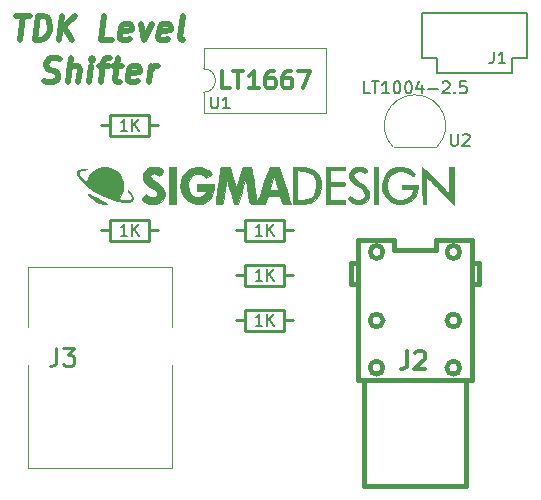
<source format=gbr>
G04 #@! TF.FileFunction,Legend,Top*
%FSLAX46Y46*%
G04 Gerber Fmt 4.6, Leading zero omitted, Abs format (unit mm)*
G04 Created by KiCad (PCBNEW 4.0.6) date 05/26/17 09:36:11*
%MOMM*%
%LPD*%
G01*
G04 APERTURE LIST*
%ADD10C,0.100000*%
%ADD11C,0.152400*%
%ADD12C,0.300000*%
%ADD13C,0.508000*%
%ADD14C,0.381000*%
%ADD15C,0.150000*%
%ADD16C,0.120000*%
%ADD17C,0.010000*%
%ADD18C,0.254000*%
%ADD19C,0.304800*%
G04 APERTURE END LIST*
D10*
D11*
X168873714Y-102694619D02*
X168389905Y-102694619D01*
X168389905Y-101678619D01*
X169067238Y-101678619D02*
X169647809Y-101678619D01*
X169357524Y-102694619D02*
X169357524Y-101678619D01*
X170518666Y-102694619D02*
X169938095Y-102694619D01*
X170228381Y-102694619D02*
X170228381Y-101678619D01*
X170131619Y-101823762D01*
X170034857Y-101920524D01*
X169938095Y-101968905D01*
X171147619Y-101678619D02*
X171244380Y-101678619D01*
X171341142Y-101727000D01*
X171389523Y-101775381D01*
X171437904Y-101872143D01*
X171486285Y-102065667D01*
X171486285Y-102307571D01*
X171437904Y-102501095D01*
X171389523Y-102597857D01*
X171341142Y-102646238D01*
X171244380Y-102694619D01*
X171147619Y-102694619D01*
X171050857Y-102646238D01*
X171002476Y-102597857D01*
X170954095Y-102501095D01*
X170905714Y-102307571D01*
X170905714Y-102065667D01*
X170954095Y-101872143D01*
X171002476Y-101775381D01*
X171050857Y-101727000D01*
X171147619Y-101678619D01*
X172115238Y-101678619D02*
X172211999Y-101678619D01*
X172308761Y-101727000D01*
X172357142Y-101775381D01*
X172405523Y-101872143D01*
X172453904Y-102065667D01*
X172453904Y-102307571D01*
X172405523Y-102501095D01*
X172357142Y-102597857D01*
X172308761Y-102646238D01*
X172211999Y-102694619D01*
X172115238Y-102694619D01*
X172018476Y-102646238D01*
X171970095Y-102597857D01*
X171921714Y-102501095D01*
X171873333Y-102307571D01*
X171873333Y-102065667D01*
X171921714Y-101872143D01*
X171970095Y-101775381D01*
X172018476Y-101727000D01*
X172115238Y-101678619D01*
X173324761Y-102017286D02*
X173324761Y-102694619D01*
X173082857Y-101630238D02*
X172840952Y-102355952D01*
X173469904Y-102355952D01*
X173856952Y-102307571D02*
X174631047Y-102307571D01*
X175066476Y-101775381D02*
X175114857Y-101727000D01*
X175211619Y-101678619D01*
X175453523Y-101678619D01*
X175550285Y-101727000D01*
X175598666Y-101775381D01*
X175647047Y-101872143D01*
X175647047Y-101968905D01*
X175598666Y-102114048D01*
X175018095Y-102694619D01*
X175647047Y-102694619D01*
X176082476Y-102597857D02*
X176130857Y-102646238D01*
X176082476Y-102694619D01*
X176034095Y-102646238D01*
X176082476Y-102597857D01*
X176082476Y-102694619D01*
X177050095Y-101678619D02*
X176566286Y-101678619D01*
X176517905Y-102162429D01*
X176566286Y-102114048D01*
X176663048Y-102065667D01*
X176904952Y-102065667D01*
X177001714Y-102114048D01*
X177050095Y-102162429D01*
X177098476Y-102259190D01*
X177098476Y-102501095D01*
X177050095Y-102597857D01*
X177001714Y-102646238D01*
X176904952Y-102694619D01*
X176663048Y-102694619D01*
X176566286Y-102646238D01*
X176517905Y-102597857D01*
D12*
X157055716Y-102278571D02*
X156341430Y-102278571D01*
X156341430Y-100778571D01*
X157341430Y-100778571D02*
X158198573Y-100778571D01*
X157770002Y-102278571D02*
X157770002Y-100778571D01*
X159484287Y-102278571D02*
X158627144Y-102278571D01*
X159055716Y-102278571D02*
X159055716Y-100778571D01*
X158912859Y-100992857D01*
X158770001Y-101135714D01*
X158627144Y-101207143D01*
X160770001Y-100778571D02*
X160484287Y-100778571D01*
X160341430Y-100850000D01*
X160270001Y-100921429D01*
X160127144Y-101135714D01*
X160055715Y-101421429D01*
X160055715Y-101992857D01*
X160127144Y-102135714D01*
X160198572Y-102207143D01*
X160341430Y-102278571D01*
X160627144Y-102278571D01*
X160770001Y-102207143D01*
X160841430Y-102135714D01*
X160912858Y-101992857D01*
X160912858Y-101635714D01*
X160841430Y-101492857D01*
X160770001Y-101421429D01*
X160627144Y-101350000D01*
X160341430Y-101350000D01*
X160198572Y-101421429D01*
X160127144Y-101492857D01*
X160055715Y-101635714D01*
X162198572Y-100778571D02*
X161912858Y-100778571D01*
X161770001Y-100850000D01*
X161698572Y-100921429D01*
X161555715Y-101135714D01*
X161484286Y-101421429D01*
X161484286Y-101992857D01*
X161555715Y-102135714D01*
X161627143Y-102207143D01*
X161770001Y-102278571D01*
X162055715Y-102278571D01*
X162198572Y-102207143D01*
X162270001Y-102135714D01*
X162341429Y-101992857D01*
X162341429Y-101635714D01*
X162270001Y-101492857D01*
X162198572Y-101421429D01*
X162055715Y-101350000D01*
X161770001Y-101350000D01*
X161627143Y-101421429D01*
X161555715Y-101492857D01*
X161484286Y-101635714D01*
X162841429Y-100778571D02*
X163841429Y-100778571D01*
X163198572Y-102278571D01*
D13*
X138931954Y-96169238D02*
X140093097Y-96169238D01*
X139258525Y-98201238D02*
X139512525Y-96169238D01*
X140516430Y-98201238D02*
X140770430Y-96169238D01*
X141254239Y-96169238D01*
X141532430Y-96266000D01*
X141701764Y-96459524D01*
X141774334Y-96653048D01*
X141822715Y-97040095D01*
X141786429Y-97330381D01*
X141641286Y-97717429D01*
X141520335Y-97910952D01*
X141302621Y-98104476D01*
X141000239Y-98201238D01*
X140516430Y-98201238D01*
X142548430Y-98201238D02*
X142802430Y-96169238D01*
X143709572Y-98201238D02*
X142983858Y-97040095D01*
X143963572Y-96169238D02*
X142657287Y-97330381D01*
X147096239Y-98201238D02*
X146128620Y-98201238D01*
X146382620Y-96169238D01*
X148559763Y-98104476D02*
X148354143Y-98201238D01*
X147967095Y-98201238D01*
X147785668Y-98104476D01*
X147713096Y-97910952D01*
X147809858Y-97136857D01*
X147930810Y-96943333D01*
X148136429Y-96846571D01*
X148523477Y-96846571D01*
X148704905Y-96943333D01*
X148777477Y-97136857D01*
X148753286Y-97330381D01*
X147761477Y-97523905D01*
X149491096Y-96846571D02*
X149805571Y-98201238D01*
X150458715Y-96846571D01*
X151849667Y-98104476D02*
X151644047Y-98201238D01*
X151256999Y-98201238D01*
X151075572Y-98104476D01*
X151003000Y-97910952D01*
X151099762Y-97136857D01*
X151220714Y-96943333D01*
X151426333Y-96846571D01*
X151813381Y-96846571D01*
X151994809Y-96943333D01*
X152067381Y-97136857D01*
X152043190Y-97330381D01*
X151051381Y-97523905D01*
X153095475Y-98201238D02*
X152914047Y-98104476D01*
X152841476Y-97910952D01*
X153059190Y-96169238D01*
X141302620Y-101660476D02*
X141580809Y-101757238D01*
X142064619Y-101757238D01*
X142270239Y-101660476D01*
X142379096Y-101563714D01*
X142500047Y-101370190D01*
X142524238Y-101176667D01*
X142451667Y-100983143D01*
X142367000Y-100886381D01*
X142185572Y-100789619D01*
X141810619Y-100692857D01*
X141629190Y-100596095D01*
X141544524Y-100499333D01*
X141471953Y-100305810D01*
X141496143Y-100112286D01*
X141617096Y-99918762D01*
X141725952Y-99822000D01*
X141931571Y-99725238D01*
X142415381Y-99725238D01*
X142693571Y-99822000D01*
X143322524Y-101757238D02*
X143576524Y-99725238D01*
X144193381Y-101757238D02*
X144326429Y-100692857D01*
X144253857Y-100499333D01*
X144072429Y-100402571D01*
X143782143Y-100402571D01*
X143576523Y-100499333D01*
X143467667Y-100596095D01*
X145161000Y-101757238D02*
X145330334Y-100402571D01*
X145415000Y-99725238D02*
X145306143Y-99822000D01*
X145390810Y-99918762D01*
X145499666Y-99822000D01*
X145415000Y-99725238D01*
X145390810Y-99918762D01*
X146007667Y-100402571D02*
X146781762Y-100402571D01*
X146128619Y-101757238D02*
X146346334Y-100015524D01*
X146467285Y-99822000D01*
X146672904Y-99725238D01*
X146866428Y-99725238D01*
X147168810Y-100402571D02*
X147942905Y-100402571D01*
X147543762Y-99725238D02*
X147326048Y-101466952D01*
X147398619Y-101660476D01*
X147580047Y-101757238D01*
X147773571Y-101757238D01*
X149237096Y-101660476D02*
X149031476Y-101757238D01*
X148644428Y-101757238D01*
X148463001Y-101660476D01*
X148390429Y-101466952D01*
X148487191Y-100692857D01*
X148608143Y-100499333D01*
X148813762Y-100402571D01*
X149200810Y-100402571D01*
X149382238Y-100499333D01*
X149454810Y-100692857D01*
X149430619Y-100886381D01*
X148438810Y-101079905D01*
X150192619Y-101757238D02*
X150361953Y-100402571D01*
X150313572Y-100789619D02*
X150434523Y-100596095D01*
X150543380Y-100499333D01*
X150749000Y-100402571D01*
X150942524Y-100402571D01*
D14*
X170017440Y-116121180D02*
G75*
G03X170017440Y-116121180I-548640J0D01*
G01*
X176524716Y-116121180D02*
G75*
G03X176524716Y-116121180I-553516J0D01*
G01*
X176524489Y-125920500D02*
G75*
G03X176524489Y-125920500I-553289J0D01*
G01*
X170019787Y-125920500D02*
G75*
G03X170019787Y-125920500I-550987J0D01*
G01*
X170017440Y-121920000D02*
G75*
G03X170017440Y-121920000I-548640J0D01*
G01*
X176524716Y-121920000D02*
G75*
G03X176524716Y-121920000I-553516J0D01*
G01*
X168419780Y-126921260D02*
X168419780Y-135920480D01*
X168419780Y-135920480D02*
X177020220Y-135920480D01*
X177020220Y-135920480D02*
X177020220Y-126921260D01*
X177520600Y-117020340D02*
X178120040Y-117020340D01*
X178120040Y-117020340D02*
X178120040Y-118821200D01*
X178120040Y-118821200D02*
X177520600Y-118821200D01*
X167319960Y-117020340D02*
X167919400Y-117020340D01*
X167919400Y-118821200D02*
X167319960Y-118821200D01*
X167319960Y-118821200D02*
X167319960Y-117020340D01*
X167919400Y-115120420D02*
X170919140Y-115120420D01*
X170919140Y-115120420D02*
X170919140Y-115920520D01*
X170919140Y-115920520D02*
X174520860Y-115920520D01*
X174520860Y-115920520D02*
X174520860Y-115120420D01*
X174520860Y-115120420D02*
X177520600Y-115120420D01*
X177520600Y-126921260D02*
X167919400Y-126921260D01*
X167919400Y-126918720D02*
X167919400Y-115117880D01*
X177520600Y-115120420D02*
X177520600Y-126921260D01*
D15*
X182245000Y-99695000D02*
X182245000Y-95885000D01*
X182245000Y-95885000D02*
X173355000Y-95885000D01*
X173355000Y-95885000D02*
X173355000Y-99695000D01*
X173355000Y-99695000D02*
X174625000Y-99695000D01*
X174625000Y-99695000D02*
X174625000Y-100330000D01*
X174625000Y-100330000D02*
X174625000Y-100965000D01*
X174625000Y-100965000D02*
X180975000Y-100965000D01*
X180975000Y-100965000D02*
X180975000Y-99695000D01*
X180975000Y-99695000D02*
X182245000Y-99695000D01*
D16*
X139950000Y-125730000D02*
X139950000Y-134370000D01*
X139950000Y-117350000D02*
X139950000Y-122430000D01*
X152150000Y-125730000D02*
X152150000Y-134370000D01*
X152150000Y-117350000D02*
X152150000Y-122430000D01*
X152150000Y-134370000D02*
X139950000Y-134370000D01*
X139950000Y-117350000D02*
X152150000Y-117350000D01*
D17*
G36*
X145082119Y-111185629D02*
X145208425Y-111246139D01*
X145385839Y-111351651D01*
X145390402Y-111354565D01*
X145633263Y-111499395D01*
X145928748Y-111660805D01*
X146213296Y-111804088D01*
X146215902Y-111805326D01*
X146432062Y-111910777D01*
X146595578Y-111995871D01*
X146679415Y-112046346D01*
X146685000Y-112052800D01*
X146629492Y-112078784D01*
X146485726Y-112075318D01*
X146287831Y-112046853D01*
X146069939Y-111997839D01*
X145923000Y-111953415D01*
X145612971Y-111806453D01*
X145344298Y-111579958D01*
X145303875Y-111536594D01*
X145163266Y-111373575D01*
X145065644Y-111244454D01*
X145034000Y-111183145D01*
X145082119Y-111185629D01*
X145082119Y-111185629D01*
G37*
X145082119Y-111185629D02*
X145208425Y-111246139D01*
X145385839Y-111351651D01*
X145390402Y-111354565D01*
X145633263Y-111499395D01*
X145928748Y-111660805D01*
X146213296Y-111804088D01*
X146215902Y-111805326D01*
X146432062Y-111910777D01*
X146595578Y-111995871D01*
X146679415Y-112046346D01*
X146685000Y-112052800D01*
X146629492Y-112078784D01*
X146485726Y-112075318D01*
X146287831Y-112046853D01*
X146069939Y-111997839D01*
X145923000Y-111953415D01*
X145612971Y-111806453D01*
X145344298Y-111579958D01*
X145303875Y-111536594D01*
X145163266Y-111373575D01*
X145065644Y-111244454D01*
X145034000Y-111183145D01*
X145082119Y-111185629D01*
G36*
X150927814Y-108942844D02*
X151196408Y-109040335D01*
X151379019Y-109182172D01*
X151424917Y-109260678D01*
X151403756Y-109340070D01*
X151302386Y-109457612D01*
X151270420Y-109489886D01*
X151144246Y-109609870D01*
X151066010Y-109649020D01*
X150994920Y-109617361D01*
X150941206Y-109570794D01*
X150786109Y-109485839D01*
X150601607Y-109455888D01*
X150438825Y-109483412D01*
X150362049Y-109542791D01*
X150315687Y-109673686D01*
X150351546Y-109811910D01*
X150478160Y-109967686D01*
X150704060Y-110151237D01*
X151037778Y-110372785D01*
X151073089Y-110394750D01*
X151333091Y-110602910D01*
X151480769Y-110846485D01*
X151530369Y-111150405D01*
X151530365Y-111195062D01*
X151481404Y-111518529D01*
X151338034Y-111764653D01*
X151088851Y-111952208D01*
X151061986Y-111966276D01*
X150803838Y-112046639D01*
X150491732Y-112071873D01*
X150186736Y-112040678D01*
X150018750Y-111988440D01*
X149841658Y-111884366D01*
X149708534Y-111770057D01*
X149639167Y-111682328D01*
X149630491Y-111608885D01*
X149689076Y-111506150D01*
X149763261Y-111407056D01*
X149937705Y-111178349D01*
X150108702Y-111342174D01*
X150327012Y-111479231D01*
X150501649Y-111506000D01*
X150719459Y-111472350D01*
X150840007Y-111363967D01*
X150876000Y-111176700D01*
X150849426Y-111046671D01*
X150752026Y-110932184D01*
X150606125Y-110829376D01*
X150308655Y-110639288D01*
X150099597Y-110498458D01*
X149958462Y-110390795D01*
X149864763Y-110300210D01*
X149798015Y-110210614D01*
X149779293Y-110180019D01*
X149678945Y-109894508D01*
X149686517Y-109593289D01*
X149793308Y-109310938D01*
X149990615Y-109082033D01*
X150069457Y-109026929D01*
X150322937Y-108931233D01*
X150622856Y-108904841D01*
X150927814Y-108942844D01*
X150927814Y-108942844D01*
G37*
X150927814Y-108942844D02*
X151196408Y-109040335D01*
X151379019Y-109182172D01*
X151424917Y-109260678D01*
X151403756Y-109340070D01*
X151302386Y-109457612D01*
X151270420Y-109489886D01*
X151144246Y-109609870D01*
X151066010Y-109649020D01*
X150994920Y-109617361D01*
X150941206Y-109570794D01*
X150786109Y-109485839D01*
X150601607Y-109455888D01*
X150438825Y-109483412D01*
X150362049Y-109542791D01*
X150315687Y-109673686D01*
X150351546Y-109811910D01*
X150478160Y-109967686D01*
X150704060Y-110151237D01*
X151037778Y-110372785D01*
X151073089Y-110394750D01*
X151333091Y-110602910D01*
X151480769Y-110846485D01*
X151530369Y-111150405D01*
X151530365Y-111195062D01*
X151481404Y-111518529D01*
X151338034Y-111764653D01*
X151088851Y-111952208D01*
X151061986Y-111966276D01*
X150803838Y-112046639D01*
X150491732Y-112071873D01*
X150186736Y-112040678D01*
X150018750Y-111988440D01*
X149841658Y-111884366D01*
X149708534Y-111770057D01*
X149639167Y-111682328D01*
X149630491Y-111608885D01*
X149689076Y-111506150D01*
X149763261Y-111407056D01*
X149937705Y-111178349D01*
X150108702Y-111342174D01*
X150327012Y-111479231D01*
X150501649Y-111506000D01*
X150719459Y-111472350D01*
X150840007Y-111363967D01*
X150876000Y-111176700D01*
X150849426Y-111046671D01*
X150752026Y-110932184D01*
X150606125Y-110829376D01*
X150308655Y-110639288D01*
X150099597Y-110498458D01*
X149958462Y-110390795D01*
X149864763Y-110300210D01*
X149798015Y-110210614D01*
X149779293Y-110180019D01*
X149678945Y-109894508D01*
X149686517Y-109593289D01*
X149793308Y-109310938D01*
X149990615Y-109082033D01*
X150069457Y-109026929D01*
X150322937Y-108931233D01*
X150622856Y-108904841D01*
X150927814Y-108942844D01*
G36*
X152527000Y-112077500D02*
X151892000Y-112077500D01*
X151892000Y-108902500D01*
X152527000Y-108902500D01*
X152527000Y-112077500D01*
X152527000Y-112077500D01*
G37*
X152527000Y-112077500D02*
X151892000Y-112077500D01*
X151892000Y-108902500D01*
X152527000Y-108902500D01*
X152527000Y-112077500D01*
G36*
X154654075Y-108943632D02*
X154982774Y-109056701D01*
X155160782Y-109159050D01*
X155325538Y-109285739D01*
X155451750Y-109412358D01*
X155514132Y-109514497D01*
X155504226Y-109560045D01*
X155441057Y-109604738D01*
X155314223Y-109692911D01*
X155272524Y-109721743D01*
X155065299Y-109864858D01*
X154873780Y-109703706D01*
X154599578Y-109540515D01*
X154321524Y-109491584D01*
X154058158Y-109546163D01*
X153828021Y-109693502D01*
X153649653Y-109922851D01*
X153541596Y-110223460D01*
X153517858Y-110489877D01*
X153564825Y-110871947D01*
X153692925Y-111157507D01*
X153901225Y-111345456D01*
X154188794Y-111434691D01*
X154324013Y-111442500D01*
X154538710Y-111427272D01*
X154689655Y-111366257D01*
X154817884Y-111256884D01*
X154956317Y-111101017D01*
X154989167Y-111003566D01*
X154910225Y-110952295D01*
X154713280Y-110934971D01*
X154654250Y-110934500D01*
X154305000Y-110934500D01*
X154305000Y-110358840D01*
X155733750Y-110394750D01*
X155712217Y-110680500D01*
X155651408Y-110999956D01*
X155529056Y-111327646D01*
X155368268Y-111606801D01*
X155302023Y-111688210D01*
X155015526Y-111910547D01*
X154667547Y-112038728D01*
X154285599Y-112069201D01*
X153897197Y-111998410D01*
X153661376Y-111900116D01*
X153329548Y-111660692D01*
X153083391Y-111345442D01*
X152926468Y-110975430D01*
X152862344Y-110571720D01*
X152894585Y-110155376D01*
X153026754Y-109747463D01*
X153238209Y-109399622D01*
X153517803Y-109136997D01*
X153862365Y-108970432D01*
X154248815Y-108904465D01*
X154654075Y-108943632D01*
X154654075Y-108943632D01*
G37*
X154654075Y-108943632D02*
X154982774Y-109056701D01*
X155160782Y-109159050D01*
X155325538Y-109285739D01*
X155451750Y-109412358D01*
X155514132Y-109514497D01*
X155504226Y-109560045D01*
X155441057Y-109604738D01*
X155314223Y-109692911D01*
X155272524Y-109721743D01*
X155065299Y-109864858D01*
X154873780Y-109703706D01*
X154599578Y-109540515D01*
X154321524Y-109491584D01*
X154058158Y-109546163D01*
X153828021Y-109693502D01*
X153649653Y-109922851D01*
X153541596Y-110223460D01*
X153517858Y-110489877D01*
X153564825Y-110871947D01*
X153692925Y-111157507D01*
X153901225Y-111345456D01*
X154188794Y-111434691D01*
X154324013Y-111442500D01*
X154538710Y-111427272D01*
X154689655Y-111366257D01*
X154817884Y-111256884D01*
X154956317Y-111101017D01*
X154989167Y-111003566D01*
X154910225Y-110952295D01*
X154713280Y-110934971D01*
X154654250Y-110934500D01*
X154305000Y-110934500D01*
X154305000Y-110358840D01*
X155733750Y-110394750D01*
X155712217Y-110680500D01*
X155651408Y-110999956D01*
X155529056Y-111327646D01*
X155368268Y-111606801D01*
X155302023Y-111688210D01*
X155015526Y-111910547D01*
X154667547Y-112038728D01*
X154285599Y-112069201D01*
X153897197Y-111998410D01*
X153661376Y-111900116D01*
X153329548Y-111660692D01*
X153083391Y-111345442D01*
X152926468Y-110975430D01*
X152862344Y-110571720D01*
X152894585Y-110155376D01*
X153026754Y-109747463D01*
X153238209Y-109399622D01*
X153517803Y-109136997D01*
X153862365Y-108970432D01*
X154248815Y-108904465D01*
X154654075Y-108943632D01*
G36*
X158781482Y-108909380D02*
X158834985Y-108952476D01*
X158877928Y-109039563D01*
X158915632Y-109184796D01*
X158953423Y-109402329D01*
X158996621Y-109706316D01*
X159050551Y-110110910D01*
X159101393Y-110490000D01*
X159169360Y-110997089D01*
X159222646Y-111383079D01*
X159267058Y-111652205D01*
X159308404Y-111808705D01*
X159352493Y-111856815D01*
X159405133Y-111800771D01*
X159472132Y-111644809D01*
X159559299Y-111393167D01*
X159672441Y-111050081D01*
X159710803Y-110934500D01*
X159758896Y-110791038D01*
X160418096Y-110791038D01*
X160436649Y-110837410D01*
X160547806Y-110862855D01*
X160767998Y-110870983D01*
X160782000Y-110871000D01*
X161009546Y-110863329D01*
X161126502Y-110838061D01*
X161148483Y-110791815D01*
X161148416Y-110791625D01*
X161118919Y-110696996D01*
X161064870Y-110514021D01*
X160996227Y-110276572D01*
X160971029Y-110188375D01*
X160899802Y-109952165D01*
X160837748Y-109771291D01*
X160794823Y-109673835D01*
X160785305Y-109664500D01*
X160752612Y-109721106D01*
X160696690Y-109872207D01*
X160627549Y-110089720D01*
X160598789Y-110187788D01*
X160526745Y-110436085D01*
X160465507Y-110641669D01*
X160425238Y-110770604D01*
X160418096Y-110791038D01*
X159758896Y-110791038D01*
X159842779Y-110540818D01*
X159974395Y-110152094D01*
X160095121Y-109799148D01*
X160194430Y-109512802D01*
X160248614Y-109360039D01*
X160415953Y-108896828D01*
X161177477Y-108934250D01*
X161709740Y-110490000D01*
X161852986Y-110909374D01*
X161981664Y-111287395D01*
X162090342Y-111608003D01*
X162173589Y-111855139D01*
X162225976Y-112012743D01*
X162242251Y-112064793D01*
X162184914Y-112072021D01*
X162036159Y-112071166D01*
X161877596Y-112064793D01*
X161512693Y-112045750D01*
X161417405Y-111710131D01*
X161322118Y-111374513D01*
X160782507Y-111392631D01*
X160242895Y-111410750D01*
X160148145Y-111744125D01*
X160053395Y-112077499D01*
X159376831Y-112077500D01*
X159135306Y-112080947D01*
X158954984Y-112080708D01*
X158825069Y-112060914D01*
X158734760Y-112005696D01*
X158673257Y-111899183D01*
X158629763Y-111725507D01*
X158593477Y-111468797D01*
X158553601Y-111113184D01*
X158520336Y-110818869D01*
X158478016Y-110485218D01*
X158437554Y-110219729D01*
X158401953Y-110038756D01*
X158374220Y-109958657D01*
X158363256Y-109963931D01*
X158332339Y-110063392D01*
X158275166Y-110261821D01*
X158198407Y-110535530D01*
X158108731Y-110860828D01*
X158049123Y-111079687D01*
X157778619Y-112077500D01*
X157383772Y-112077500D01*
X157104287Y-111045625D01*
X157009320Y-110700839D01*
X156923238Y-110399185D01*
X156852361Y-110161961D01*
X156803004Y-110010465D01*
X156784060Y-109966083D01*
X156762864Y-110008326D01*
X156731493Y-110156351D01*
X156693458Y-110389682D01*
X156652272Y-110687841D01*
X156631565Y-110855083D01*
X156581639Y-111276260D01*
X156542281Y-111587995D01*
X156506831Y-111806670D01*
X156468626Y-111948670D01*
X156421007Y-112030377D01*
X156357313Y-112068175D01*
X156270882Y-112078448D01*
X156155053Y-112077578D01*
X156134570Y-112077500D01*
X155948197Y-112073901D01*
X155859729Y-112051016D01*
X155840074Y-111990709D01*
X155854441Y-111902875D01*
X155873939Y-111786203D01*
X155906788Y-111566776D01*
X155949670Y-111267737D01*
X155999265Y-110912232D01*
X156052256Y-110523406D01*
X156052479Y-110521750D01*
X156105673Y-110130075D01*
X156155527Y-109768988D01*
X156198681Y-109462377D01*
X156231772Y-109234133D01*
X156251309Y-109108874D01*
X156287633Y-108902499D01*
X156679971Y-108902499D01*
X157072309Y-108902500D01*
X157317988Y-109823250D01*
X157404288Y-110143720D01*
X157479031Y-110415675D01*
X157536261Y-110617887D01*
X157570025Y-110729127D01*
X157576244Y-110744000D01*
X157597711Y-110686588D01*
X157648569Y-110528337D01*
X157722281Y-110290217D01*
X157812314Y-109993200D01*
X157863168Y-109823250D01*
X158137517Y-108902500D01*
X158504381Y-108902500D01*
X158621503Y-108898546D01*
X158712096Y-108896121D01*
X158781482Y-108909380D01*
X158781482Y-108909380D01*
G37*
X158781482Y-108909380D02*
X158834985Y-108952476D01*
X158877928Y-109039563D01*
X158915632Y-109184796D01*
X158953423Y-109402329D01*
X158996621Y-109706316D01*
X159050551Y-110110910D01*
X159101393Y-110490000D01*
X159169360Y-110997089D01*
X159222646Y-111383079D01*
X159267058Y-111652205D01*
X159308404Y-111808705D01*
X159352493Y-111856815D01*
X159405133Y-111800771D01*
X159472132Y-111644809D01*
X159559299Y-111393167D01*
X159672441Y-111050081D01*
X159710803Y-110934500D01*
X159758896Y-110791038D01*
X160418096Y-110791038D01*
X160436649Y-110837410D01*
X160547806Y-110862855D01*
X160767998Y-110870983D01*
X160782000Y-110871000D01*
X161009546Y-110863329D01*
X161126502Y-110838061D01*
X161148483Y-110791815D01*
X161148416Y-110791625D01*
X161118919Y-110696996D01*
X161064870Y-110514021D01*
X160996227Y-110276572D01*
X160971029Y-110188375D01*
X160899802Y-109952165D01*
X160837748Y-109771291D01*
X160794823Y-109673835D01*
X160785305Y-109664500D01*
X160752612Y-109721106D01*
X160696690Y-109872207D01*
X160627549Y-110089720D01*
X160598789Y-110187788D01*
X160526745Y-110436085D01*
X160465507Y-110641669D01*
X160425238Y-110770604D01*
X160418096Y-110791038D01*
X159758896Y-110791038D01*
X159842779Y-110540818D01*
X159974395Y-110152094D01*
X160095121Y-109799148D01*
X160194430Y-109512802D01*
X160248614Y-109360039D01*
X160415953Y-108896828D01*
X161177477Y-108934250D01*
X161709740Y-110490000D01*
X161852986Y-110909374D01*
X161981664Y-111287395D01*
X162090342Y-111608003D01*
X162173589Y-111855139D01*
X162225976Y-112012743D01*
X162242251Y-112064793D01*
X162184914Y-112072021D01*
X162036159Y-112071166D01*
X161877596Y-112064793D01*
X161512693Y-112045750D01*
X161417405Y-111710131D01*
X161322118Y-111374513D01*
X160782507Y-111392631D01*
X160242895Y-111410750D01*
X160148145Y-111744125D01*
X160053395Y-112077499D01*
X159376831Y-112077500D01*
X159135306Y-112080947D01*
X158954984Y-112080708D01*
X158825069Y-112060914D01*
X158734760Y-112005696D01*
X158673257Y-111899183D01*
X158629763Y-111725507D01*
X158593477Y-111468797D01*
X158553601Y-111113184D01*
X158520336Y-110818869D01*
X158478016Y-110485218D01*
X158437554Y-110219729D01*
X158401953Y-110038756D01*
X158374220Y-109958657D01*
X158363256Y-109963931D01*
X158332339Y-110063392D01*
X158275166Y-110261821D01*
X158198407Y-110535530D01*
X158108731Y-110860828D01*
X158049123Y-111079687D01*
X157778619Y-112077500D01*
X157383772Y-112077500D01*
X157104287Y-111045625D01*
X157009320Y-110700839D01*
X156923238Y-110399185D01*
X156852361Y-110161961D01*
X156803004Y-110010465D01*
X156784060Y-109966083D01*
X156762864Y-110008326D01*
X156731493Y-110156351D01*
X156693458Y-110389682D01*
X156652272Y-110687841D01*
X156631565Y-110855083D01*
X156581639Y-111276260D01*
X156542281Y-111587995D01*
X156506831Y-111806670D01*
X156468626Y-111948670D01*
X156421007Y-112030377D01*
X156357313Y-112068175D01*
X156270882Y-112078448D01*
X156155053Y-112077578D01*
X156134570Y-112077500D01*
X155948197Y-112073901D01*
X155859729Y-112051016D01*
X155840074Y-111990709D01*
X155854441Y-111902875D01*
X155873939Y-111786203D01*
X155906788Y-111566776D01*
X155949670Y-111267737D01*
X155999265Y-110912232D01*
X156052256Y-110523406D01*
X156052479Y-110521750D01*
X156105673Y-110130075D01*
X156155527Y-109768988D01*
X156198681Y-109462377D01*
X156231772Y-109234133D01*
X156251309Y-109108874D01*
X156287633Y-108902499D01*
X156679971Y-108902499D01*
X157072309Y-108902500D01*
X157317988Y-109823250D01*
X157404288Y-110143720D01*
X157479031Y-110415675D01*
X157536261Y-110617887D01*
X157570025Y-110729127D01*
X157576244Y-110744000D01*
X157597711Y-110686588D01*
X157648569Y-110528337D01*
X157722281Y-110290217D01*
X157812314Y-109993200D01*
X157863168Y-109823250D01*
X158137517Y-108902500D01*
X158504381Y-108902500D01*
X158621503Y-108898546D01*
X158712096Y-108896121D01*
X158781482Y-108909380D01*
G36*
X163439944Y-108939801D02*
X163883036Y-109053658D01*
X164231357Y-109246998D01*
X164489257Y-109522750D01*
X164661092Y-109883842D01*
X164722351Y-110129806D01*
X164756649Y-110594469D01*
X164687216Y-111020824D01*
X164520873Y-111392618D01*
X164264441Y-111693603D01*
X163988750Y-111877662D01*
X163805162Y-111957124D01*
X163611127Y-112009780D01*
X163368422Y-112043026D01*
X163038825Y-112064262D01*
X163020375Y-112065097D01*
X162369500Y-112094147D01*
X162369500Y-111713201D01*
X162750500Y-111713201D01*
X163218881Y-111683142D01*
X163562864Y-111642228D01*
X163814602Y-111565781D01*
X163910621Y-111515040D01*
X164145251Y-111303712D01*
X164293310Y-111009757D01*
X164357964Y-110625974D01*
X164361569Y-110490000D01*
X164330306Y-110120721D01*
X164228882Y-109831827D01*
X164045002Y-109590652D01*
X164010658Y-109557604D01*
X163833578Y-109425397D01*
X163616181Y-109334208D01*
X163324022Y-109271800D01*
X163137421Y-109247371D01*
X162750500Y-109203595D01*
X162750500Y-111713201D01*
X162369500Y-111713201D01*
X162369500Y-108902500D01*
X162897724Y-108902499D01*
X163439944Y-108939801D01*
X163439944Y-108939801D01*
G37*
X163439944Y-108939801D02*
X163883036Y-109053658D01*
X164231357Y-109246998D01*
X164489257Y-109522750D01*
X164661092Y-109883842D01*
X164722351Y-110129806D01*
X164756649Y-110594469D01*
X164687216Y-111020824D01*
X164520873Y-111392618D01*
X164264441Y-111693603D01*
X163988750Y-111877662D01*
X163805162Y-111957124D01*
X163611127Y-112009780D01*
X163368422Y-112043026D01*
X163038825Y-112064262D01*
X163020375Y-112065097D01*
X162369500Y-112094147D01*
X162369500Y-111713201D01*
X162750500Y-111713201D01*
X163218881Y-111683142D01*
X163562864Y-111642228D01*
X163814602Y-111565781D01*
X163910621Y-111515040D01*
X164145251Y-111303712D01*
X164293310Y-111009757D01*
X164357964Y-110625974D01*
X164361569Y-110490000D01*
X164330306Y-110120721D01*
X164228882Y-109831827D01*
X164045002Y-109590652D01*
X164010658Y-109557604D01*
X163833578Y-109425397D01*
X163616181Y-109334208D01*
X163324022Y-109271800D01*
X163137421Y-109247371D01*
X162750500Y-109203595D01*
X162750500Y-111713201D01*
X162369500Y-111713201D01*
X162369500Y-108902500D01*
X162897724Y-108902499D01*
X163439944Y-108939801D01*
G36*
X166814500Y-109061250D02*
X166810635Y-109133292D01*
X166783584Y-109179380D01*
X166710158Y-109205313D01*
X166567172Y-109216885D01*
X166331439Y-109219894D01*
X166179500Y-109220000D01*
X165544500Y-109220000D01*
X165544500Y-110167901D01*
X166163625Y-110186075D01*
X166447441Y-110195568D01*
X166627770Y-110208356D01*
X166728077Y-110231145D01*
X166771829Y-110270642D01*
X166782492Y-110333552D01*
X166782750Y-110363000D01*
X166778221Y-110435906D01*
X166748992Y-110483002D01*
X166671597Y-110510994D01*
X166522567Y-110526587D01*
X166278439Y-110536488D01*
X166163625Y-110539924D01*
X165544500Y-110558098D01*
X165544500Y-111691901D01*
X166163625Y-111710075D01*
X166782750Y-111728250D01*
X166802842Y-111902875D01*
X166822935Y-112077500D01*
X165163500Y-112077500D01*
X165163500Y-108902500D01*
X166814500Y-108902500D01*
X166814500Y-109061250D01*
X166814500Y-109061250D01*
G37*
X166814500Y-109061250D02*
X166810635Y-109133292D01*
X166783584Y-109179380D01*
X166710158Y-109205313D01*
X166567172Y-109216885D01*
X166331439Y-109219894D01*
X166179500Y-109220000D01*
X165544500Y-109220000D01*
X165544500Y-110167901D01*
X166163625Y-110186075D01*
X166447441Y-110195568D01*
X166627770Y-110208356D01*
X166728077Y-110231145D01*
X166771829Y-110270642D01*
X166782492Y-110333552D01*
X166782750Y-110363000D01*
X166778221Y-110435906D01*
X166748992Y-110483002D01*
X166671597Y-110510994D01*
X166522567Y-110526587D01*
X166278439Y-110536488D01*
X166163625Y-110539924D01*
X165544500Y-110558098D01*
X165544500Y-111691901D01*
X166163625Y-111710075D01*
X166782750Y-111728250D01*
X166802842Y-111902875D01*
X166822935Y-112077500D01*
X165163500Y-112077500D01*
X165163500Y-108902500D01*
X166814500Y-108902500D01*
X166814500Y-109061250D01*
G36*
X168318585Y-108958059D02*
X168545006Y-109079050D01*
X168562806Y-109094932D01*
X168666102Y-109200086D01*
X168682674Y-109268241D01*
X168619403Y-109348231D01*
X168601088Y-109366633D01*
X168515757Y-109441768D01*
X168443819Y-109447812D01*
X168335581Y-109381504D01*
X168287278Y-109346037D01*
X168079216Y-109247976D01*
X167877276Y-109243489D01*
X167701152Y-109313413D01*
X167570543Y-109438583D01*
X167505144Y-109599835D01*
X167524651Y-109778006D01*
X167648760Y-109953931D01*
X167655875Y-109960379D01*
X167796612Y-110067764D01*
X167991092Y-110195108D01*
X168089811Y-110253684D01*
X168313182Y-110406477D01*
X168536736Y-110598283D01*
X168613686Y-110677168D01*
X168759071Y-110858823D01*
X168828586Y-111016556D01*
X168846262Y-111204557D01*
X168789746Y-111516271D01*
X168634992Y-111772299D01*
X168403305Y-111959832D01*
X168115991Y-112066060D01*
X167794356Y-112078174D01*
X167513032Y-112006160D01*
X167344626Y-111912833D01*
X167190660Y-111785982D01*
X167088864Y-111660254D01*
X167068500Y-111597956D01*
X167112856Y-111497179D01*
X167166045Y-111440594D01*
X167246228Y-111401725D01*
X167337195Y-111439038D01*
X167441883Y-111530453D01*
X167688509Y-111692362D01*
X167954864Y-111736643D01*
X168218810Y-111660409D01*
X168259125Y-111636969D01*
X168392236Y-111536488D01*
X168451613Y-111422576D01*
X168465491Y-111239865D01*
X168465500Y-111232252D01*
X168440706Y-111025719D01*
X168352921Y-110860834D01*
X168182037Y-110713200D01*
X167911640Y-110560276D01*
X167586439Y-110363218D01*
X167339652Y-110143851D01*
X167190182Y-109920713D01*
X167159426Y-109822538D01*
X167159036Y-109518624D01*
X167265229Y-109247271D01*
X167464824Y-109040371D01*
X167489118Y-109024637D01*
X167743452Y-108927763D01*
X168035671Y-108906600D01*
X168318585Y-108958059D01*
X168318585Y-108958059D01*
G37*
X168318585Y-108958059D02*
X168545006Y-109079050D01*
X168562806Y-109094932D01*
X168666102Y-109200086D01*
X168682674Y-109268241D01*
X168619403Y-109348231D01*
X168601088Y-109366633D01*
X168515757Y-109441768D01*
X168443819Y-109447812D01*
X168335581Y-109381504D01*
X168287278Y-109346037D01*
X168079216Y-109247976D01*
X167877276Y-109243489D01*
X167701152Y-109313413D01*
X167570543Y-109438583D01*
X167505144Y-109599835D01*
X167524651Y-109778006D01*
X167648760Y-109953931D01*
X167655875Y-109960379D01*
X167796612Y-110067764D01*
X167991092Y-110195108D01*
X168089811Y-110253684D01*
X168313182Y-110406477D01*
X168536736Y-110598283D01*
X168613686Y-110677168D01*
X168759071Y-110858823D01*
X168828586Y-111016556D01*
X168846262Y-111204557D01*
X168789746Y-111516271D01*
X168634992Y-111772299D01*
X168403305Y-111959832D01*
X168115991Y-112066060D01*
X167794356Y-112078174D01*
X167513032Y-112006160D01*
X167344626Y-111912833D01*
X167190660Y-111785982D01*
X167088864Y-111660254D01*
X167068500Y-111597956D01*
X167112856Y-111497179D01*
X167166045Y-111440594D01*
X167246228Y-111401725D01*
X167337195Y-111439038D01*
X167441883Y-111530453D01*
X167688509Y-111692362D01*
X167954864Y-111736643D01*
X168218810Y-111660409D01*
X168259125Y-111636969D01*
X168392236Y-111536488D01*
X168451613Y-111422576D01*
X168465491Y-111239865D01*
X168465500Y-111232252D01*
X168440706Y-111025719D01*
X168352921Y-110860834D01*
X168182037Y-110713200D01*
X167911640Y-110560276D01*
X167586439Y-110363218D01*
X167339652Y-110143851D01*
X167190182Y-109920713D01*
X167159426Y-109822538D01*
X167159036Y-109518624D01*
X167265229Y-109247271D01*
X167464824Y-109040371D01*
X167489118Y-109024637D01*
X167743452Y-108927763D01*
X168035671Y-108906600D01*
X168318585Y-108958059D01*
G36*
X169608500Y-112077500D02*
X169227500Y-112077500D01*
X169227500Y-108902500D01*
X169608500Y-108902500D01*
X169608500Y-112077500D01*
X169608500Y-112077500D01*
G37*
X169608500Y-112077500D02*
X169227500Y-112077500D01*
X169227500Y-108902500D01*
X169608500Y-108902500D01*
X169608500Y-112077500D01*
G36*
X172020096Y-108985324D02*
X172375853Y-109148079D01*
X172494177Y-109233603D01*
X172661898Y-109399533D01*
X172713073Y-109529051D01*
X172650010Y-109630503D01*
X172610887Y-109655751D01*
X172511492Y-109673898D01*
X172387006Y-109610350D01*
X172295123Y-109535370D01*
X171969876Y-109325900D01*
X171619557Y-109233275D01*
X171265314Y-109256050D01*
X170928297Y-109392781D01*
X170629654Y-109642020D01*
X170622886Y-109649653D01*
X170416073Y-109968934D01*
X170316171Y-110315512D01*
X170316094Y-110667588D01*
X170408753Y-111003365D01*
X170587061Y-111301044D01*
X170843929Y-111538826D01*
X171172271Y-111694913D01*
X171297798Y-111725288D01*
X171619807Y-111726670D01*
X171942046Y-111627123D01*
X172228901Y-111445594D01*
X172444755Y-111201028D01*
X172506384Y-111082379D01*
X172564150Y-110935460D01*
X172592429Y-110846528D01*
X172593000Y-110841289D01*
X172534680Y-110825137D01*
X172380414Y-110813189D01*
X172161237Y-110807647D01*
X172116750Y-110807500D01*
X171640500Y-110807500D01*
X171640500Y-110426500D01*
X172974000Y-110426500D01*
X172974000Y-110637438D01*
X172918528Y-110997003D01*
X172766290Y-111344265D01*
X172538553Y-111649868D01*
X172256581Y-111884456D01*
X171980523Y-112008825D01*
X171587363Y-112068991D01*
X171179948Y-112048403D01*
X170910250Y-111982868D01*
X170597662Y-111810830D01*
X170323814Y-111542416D01*
X170107898Y-111206737D01*
X169969108Y-110832905D01*
X169926000Y-110490000D01*
X169983300Y-110086624D01*
X170142669Y-109701136D01*
X170385305Y-109363595D01*
X170692410Y-109104057D01*
X170844292Y-109021782D01*
X171213959Y-108916995D01*
X171619346Y-108906569D01*
X172020096Y-108985324D01*
X172020096Y-108985324D01*
G37*
X172020096Y-108985324D02*
X172375853Y-109148079D01*
X172494177Y-109233603D01*
X172661898Y-109399533D01*
X172713073Y-109529051D01*
X172650010Y-109630503D01*
X172610887Y-109655751D01*
X172511492Y-109673898D01*
X172387006Y-109610350D01*
X172295123Y-109535370D01*
X171969876Y-109325900D01*
X171619557Y-109233275D01*
X171265314Y-109256050D01*
X170928297Y-109392781D01*
X170629654Y-109642020D01*
X170622886Y-109649653D01*
X170416073Y-109968934D01*
X170316171Y-110315512D01*
X170316094Y-110667588D01*
X170408753Y-111003365D01*
X170587061Y-111301044D01*
X170843929Y-111538826D01*
X171172271Y-111694913D01*
X171297798Y-111725288D01*
X171619807Y-111726670D01*
X171942046Y-111627123D01*
X172228901Y-111445594D01*
X172444755Y-111201028D01*
X172506384Y-111082379D01*
X172564150Y-110935460D01*
X172592429Y-110846528D01*
X172593000Y-110841289D01*
X172534680Y-110825137D01*
X172380414Y-110813189D01*
X172161237Y-110807647D01*
X172116750Y-110807500D01*
X171640500Y-110807500D01*
X171640500Y-110426500D01*
X172974000Y-110426500D01*
X172974000Y-110637438D01*
X172918528Y-110997003D01*
X172766290Y-111344265D01*
X172538553Y-111649868D01*
X172256581Y-111884456D01*
X171980523Y-112008825D01*
X171587363Y-112068991D01*
X171179948Y-112048403D01*
X170910250Y-111982868D01*
X170597662Y-111810830D01*
X170323814Y-111542416D01*
X170107898Y-111206737D01*
X169969108Y-110832905D01*
X169926000Y-110490000D01*
X169983300Y-110086624D01*
X170142669Y-109701136D01*
X170385305Y-109363595D01*
X170692410Y-109104057D01*
X170844292Y-109021782D01*
X171213959Y-108916995D01*
X171619346Y-108906569D01*
X172020096Y-108985324D01*
G36*
X176019156Y-112109250D02*
X174871554Y-110950375D01*
X174560555Y-110637290D01*
X174279569Y-110356273D01*
X174040707Y-110119286D01*
X173856084Y-109938292D01*
X173737810Y-109825256D01*
X173698226Y-109791500D01*
X173690007Y-109851659D01*
X173682875Y-110018779D01*
X173677281Y-110272823D01*
X173673674Y-110593751D01*
X173672500Y-110934500D01*
X173672500Y-112077500D01*
X173359323Y-112077500D01*
X173341286Y-110516360D01*
X173337176Y-110084720D01*
X173335161Y-109697050D01*
X173335195Y-109370819D01*
X173337232Y-109123495D01*
X173341225Y-108972548D01*
X173345491Y-108933078D01*
X173394043Y-108970379D01*
X173519167Y-109086884D01*
X173708833Y-109270810D01*
X173951010Y-109510376D01*
X174233667Y-109793800D01*
X174501875Y-110065592D01*
X175636019Y-111220250D01*
X175638509Y-110061375D01*
X175641000Y-108902500D01*
X176022000Y-108902500D01*
X176019156Y-112109250D01*
X176019156Y-112109250D01*
G37*
X176019156Y-112109250D02*
X174871554Y-110950375D01*
X174560555Y-110637290D01*
X174279569Y-110356273D01*
X174040707Y-110119286D01*
X173856084Y-109938292D01*
X173737810Y-109825256D01*
X173698226Y-109791500D01*
X173690007Y-109851659D01*
X173682875Y-110018779D01*
X173677281Y-110272823D01*
X173673674Y-110593751D01*
X173672500Y-110934500D01*
X173672500Y-112077500D01*
X173359323Y-112077500D01*
X173341286Y-110516360D01*
X173337176Y-110084720D01*
X173335161Y-109697050D01*
X173335195Y-109370819D01*
X173337232Y-109123495D01*
X173341225Y-108972548D01*
X173345491Y-108933078D01*
X173394043Y-108970379D01*
X173519167Y-109086884D01*
X173708833Y-109270810D01*
X173951010Y-109510376D01*
X174233667Y-109793800D01*
X174501875Y-110065592D01*
X175636019Y-111220250D01*
X175638509Y-110061375D01*
X175641000Y-108902500D01*
X176022000Y-108902500D01*
X176019156Y-112109250D01*
G36*
X146658526Y-108929669D02*
X146910086Y-108995474D01*
X146911599Y-108995926D01*
X147302672Y-109175321D01*
X147622395Y-109448741D01*
X147856345Y-109796682D01*
X147990101Y-110199643D01*
X148016485Y-110490000D01*
X147978436Y-110815017D01*
X147877926Y-111143586D01*
X147733374Y-111422400D01*
X147663017Y-111512887D01*
X147603300Y-111597884D01*
X147644273Y-111645145D01*
X147681601Y-111660702D01*
X147804086Y-111689873D01*
X148004016Y-111720465D01*
X148179795Y-111740059D01*
X148414488Y-111753636D01*
X148561173Y-111736627D01*
X148656265Y-111683895D01*
X148670005Y-111670923D01*
X148735363Y-111569540D01*
X148728012Y-111448197D01*
X148641110Y-111282799D01*
X148507986Y-111100347D01*
X148418865Y-110972954D01*
X148394595Y-110908756D01*
X148419929Y-110911658D01*
X148567381Y-111038528D01*
X148708373Y-111228836D01*
X148810927Y-111432217D01*
X148844000Y-111579602D01*
X148804398Y-111738807D01*
X148732875Y-111812907D01*
X148550146Y-111873415D01*
X148314928Y-111911710D01*
X148101014Y-111917232D01*
X148050250Y-111910578D01*
X147917622Y-111884427D01*
X147714923Y-111844227D01*
X147574000Y-111816197D01*
X147221250Y-111721342D01*
X146801401Y-111569340D01*
X146351510Y-111375714D01*
X145908634Y-111155985D01*
X145644824Y-111008140D01*
X145275056Y-110767079D01*
X144928013Y-110499211D01*
X144619894Y-110221026D01*
X144366895Y-109949011D01*
X144185216Y-109699655D01*
X144091054Y-109489447D01*
X144081500Y-109416778D01*
X144139500Y-109274502D01*
X144293567Y-109165373D01*
X144513797Y-109106387D01*
X144637124Y-109100948D01*
X144938750Y-109108896D01*
X144666567Y-109153148D01*
X144473117Y-109203137D01*
X144323455Y-109273714D01*
X144295729Y-109296056D01*
X144234121Y-109378629D01*
X144242202Y-109470448D01*
X144292619Y-109577230D01*
X144397392Y-109735876D01*
X144538317Y-109898687D01*
X144687290Y-110039146D01*
X144816209Y-110130737D01*
X144896627Y-110147160D01*
X144954275Y-110062072D01*
X145003563Y-109912510D01*
X145003958Y-109910719D01*
X145104219Y-109688490D01*
X145292914Y-109455100D01*
X145538176Y-109240087D01*
X145808138Y-109072992D01*
X145982150Y-109003956D01*
X146250814Y-108933424D01*
X146457521Y-108908824D01*
X146658526Y-108929669D01*
X146658526Y-108929669D01*
G37*
X146658526Y-108929669D02*
X146910086Y-108995474D01*
X146911599Y-108995926D01*
X147302672Y-109175321D01*
X147622395Y-109448741D01*
X147856345Y-109796682D01*
X147990101Y-110199643D01*
X148016485Y-110490000D01*
X147978436Y-110815017D01*
X147877926Y-111143586D01*
X147733374Y-111422400D01*
X147663017Y-111512887D01*
X147603300Y-111597884D01*
X147644273Y-111645145D01*
X147681601Y-111660702D01*
X147804086Y-111689873D01*
X148004016Y-111720465D01*
X148179795Y-111740059D01*
X148414488Y-111753636D01*
X148561173Y-111736627D01*
X148656265Y-111683895D01*
X148670005Y-111670923D01*
X148735363Y-111569540D01*
X148728012Y-111448197D01*
X148641110Y-111282799D01*
X148507986Y-111100347D01*
X148418865Y-110972954D01*
X148394595Y-110908756D01*
X148419929Y-110911658D01*
X148567381Y-111038528D01*
X148708373Y-111228836D01*
X148810927Y-111432217D01*
X148844000Y-111579602D01*
X148804398Y-111738807D01*
X148732875Y-111812907D01*
X148550146Y-111873415D01*
X148314928Y-111911710D01*
X148101014Y-111917232D01*
X148050250Y-111910578D01*
X147917622Y-111884427D01*
X147714923Y-111844227D01*
X147574000Y-111816197D01*
X147221250Y-111721342D01*
X146801401Y-111569340D01*
X146351510Y-111375714D01*
X145908634Y-111155985D01*
X145644824Y-111008140D01*
X145275056Y-110767079D01*
X144928013Y-110499211D01*
X144619894Y-110221026D01*
X144366895Y-109949011D01*
X144185216Y-109699655D01*
X144091054Y-109489447D01*
X144081500Y-109416778D01*
X144139500Y-109274502D01*
X144293567Y-109165373D01*
X144513797Y-109106387D01*
X144637124Y-109100948D01*
X144938750Y-109108896D01*
X144666567Y-109153148D01*
X144473117Y-109203137D01*
X144323455Y-109273714D01*
X144295729Y-109296056D01*
X144234121Y-109378629D01*
X144242202Y-109470448D01*
X144292619Y-109577230D01*
X144397392Y-109735876D01*
X144538317Y-109898687D01*
X144687290Y-110039146D01*
X144816209Y-110130737D01*
X144896627Y-110147160D01*
X144954275Y-110062072D01*
X145003563Y-109912510D01*
X145003958Y-109910719D01*
X145104219Y-109688490D01*
X145292914Y-109455100D01*
X145538176Y-109240087D01*
X145808138Y-109072992D01*
X145982150Y-109003956D01*
X146250814Y-108933424D01*
X146457521Y-108908824D01*
X146658526Y-108929669D01*
D18*
X158369000Y-114300000D02*
X157607000Y-114300000D01*
X161671000Y-114300000D02*
X162433000Y-114300000D01*
X161671000Y-115189000D02*
X161671000Y-114935000D01*
X161671000Y-115189000D02*
X158369000Y-115189000D01*
X158369000Y-115189000D02*
X158369000Y-113411000D01*
X158369000Y-113411000D02*
X161671000Y-113411000D01*
X161671000Y-113411000D02*
X161671000Y-114935000D01*
X158369000Y-121920000D02*
X157607000Y-121920000D01*
X161671000Y-121920000D02*
X162433000Y-121920000D01*
X161671000Y-122809000D02*
X161671000Y-122555000D01*
X161671000Y-122809000D02*
X158369000Y-122809000D01*
X158369000Y-122809000D02*
X158369000Y-121031000D01*
X158369000Y-121031000D02*
X161671000Y-121031000D01*
X161671000Y-121031000D02*
X161671000Y-122555000D01*
X150241000Y-114300000D02*
X151003000Y-114300000D01*
X146939000Y-114300000D02*
X146177000Y-114300000D01*
X146939000Y-113411000D02*
X146939000Y-113665000D01*
X146939000Y-113411000D02*
X150241000Y-113411000D01*
X150241000Y-113411000D02*
X150241000Y-115189000D01*
X150241000Y-115189000D02*
X146939000Y-115189000D01*
X146939000Y-115189000D02*
X146939000Y-113665000D01*
X146939000Y-105410000D02*
X146177000Y-105410000D01*
X150241000Y-105410000D02*
X151003000Y-105410000D01*
X150241000Y-106299000D02*
X150241000Y-106045000D01*
X150241000Y-106299000D02*
X146939000Y-106299000D01*
X146939000Y-106299000D02*
X146939000Y-104521000D01*
X146939000Y-104521000D02*
X150241000Y-104521000D01*
X150241000Y-104521000D02*
X150241000Y-106045000D01*
X161671000Y-118110000D02*
X162433000Y-118110000D01*
X158369000Y-118110000D02*
X157607000Y-118110000D01*
X158369000Y-117221000D02*
X158369000Y-117475000D01*
X158369000Y-117221000D02*
X161671000Y-117221000D01*
X161671000Y-117221000D02*
X161671000Y-118999000D01*
X161671000Y-118999000D02*
X158369000Y-118999000D01*
X158369000Y-118999000D02*
X158369000Y-117475000D01*
D16*
X154820000Y-102600000D02*
X154820000Y-104370000D01*
X154820000Y-104370000D02*
X165220000Y-104370000D01*
X165220000Y-104370000D02*
X165220000Y-98830000D01*
X165220000Y-98830000D02*
X154820000Y-98830000D01*
X154820000Y-98830000D02*
X154820000Y-100600000D01*
X154820000Y-100600000D02*
G75*
G02X154820000Y-102600000I0J-1000000D01*
G01*
X170920000Y-107260000D02*
X174520000Y-107260000D01*
X170881522Y-107248478D02*
G75*
G02X172720000Y-102810000I1838478J1838478D01*
G01*
X174558478Y-107248478D02*
G75*
G03X172720000Y-102810000I-1838478J1838478D01*
G01*
D19*
X172085000Y-124514429D02*
X172085000Y-125603000D01*
X172012428Y-125820714D01*
X171867285Y-125965857D01*
X171649571Y-126038429D01*
X171504428Y-126038429D01*
X172738143Y-124659571D02*
X172810714Y-124587000D01*
X172955857Y-124514429D01*
X173318714Y-124514429D01*
X173463857Y-124587000D01*
X173536428Y-124659571D01*
X173609000Y-124804714D01*
X173609000Y-124949857D01*
X173536428Y-125167571D01*
X172665571Y-126038429D01*
X173609000Y-126038429D01*
D15*
X179371667Y-99147381D02*
X179371667Y-99861667D01*
X179324047Y-100004524D01*
X179228809Y-100099762D01*
X179085952Y-100147381D01*
X178990714Y-100147381D01*
X180371667Y-100147381D02*
X179800238Y-100147381D01*
X180085952Y-100147381D02*
X180085952Y-99147381D01*
X179990714Y-99290238D01*
X179895476Y-99385476D01*
X179800238Y-99433095D01*
D18*
X142367000Y-124260429D02*
X142367000Y-125349000D01*
X142294428Y-125566714D01*
X142149285Y-125711857D01*
X141931571Y-125784429D01*
X141786428Y-125784429D01*
X142947571Y-124260429D02*
X143891000Y-124260429D01*
X143383000Y-124841000D01*
X143600714Y-124841000D01*
X143745857Y-124913571D01*
X143818428Y-124986143D01*
X143891000Y-125131286D01*
X143891000Y-125494143D01*
X143818428Y-125639286D01*
X143745857Y-125711857D01*
X143600714Y-125784429D01*
X143165286Y-125784429D01*
X143020143Y-125711857D01*
X142947571Y-125639286D01*
D15*
X159805715Y-114752381D02*
X159234286Y-114752381D01*
X159520000Y-114752381D02*
X159520000Y-113752381D01*
X159424762Y-113895238D01*
X159329524Y-113990476D01*
X159234286Y-114038095D01*
X160234286Y-114752381D02*
X160234286Y-113752381D01*
X160805715Y-114752381D02*
X160377143Y-114180952D01*
X160805715Y-113752381D02*
X160234286Y-114323810D01*
X159805715Y-122372381D02*
X159234286Y-122372381D01*
X159520000Y-122372381D02*
X159520000Y-121372381D01*
X159424762Y-121515238D01*
X159329524Y-121610476D01*
X159234286Y-121658095D01*
X160234286Y-122372381D02*
X160234286Y-121372381D01*
X160805715Y-122372381D02*
X160377143Y-121800952D01*
X160805715Y-121372381D02*
X160234286Y-121943810D01*
X148375715Y-114752381D02*
X147804286Y-114752381D01*
X148090000Y-114752381D02*
X148090000Y-113752381D01*
X147994762Y-113895238D01*
X147899524Y-113990476D01*
X147804286Y-114038095D01*
X148804286Y-114752381D02*
X148804286Y-113752381D01*
X149375715Y-114752381D02*
X148947143Y-114180952D01*
X149375715Y-113752381D02*
X148804286Y-114323810D01*
X148375715Y-105862381D02*
X147804286Y-105862381D01*
X148090000Y-105862381D02*
X148090000Y-104862381D01*
X147994762Y-105005238D01*
X147899524Y-105100476D01*
X147804286Y-105148095D01*
X148804286Y-105862381D02*
X148804286Y-104862381D01*
X149375715Y-105862381D02*
X148947143Y-105290952D01*
X149375715Y-104862381D02*
X148804286Y-105433810D01*
X159805715Y-118562381D02*
X159234286Y-118562381D01*
X159520000Y-118562381D02*
X159520000Y-117562381D01*
X159424762Y-117705238D01*
X159329524Y-117800476D01*
X159234286Y-117848095D01*
X160234286Y-118562381D02*
X160234286Y-117562381D01*
X160805715Y-118562381D02*
X160377143Y-117990952D01*
X160805715Y-117562381D02*
X160234286Y-118133810D01*
X155448095Y-102957381D02*
X155448095Y-103766905D01*
X155495714Y-103862143D01*
X155543333Y-103909762D01*
X155638571Y-103957381D01*
X155829048Y-103957381D01*
X155924286Y-103909762D01*
X155971905Y-103862143D01*
X156019524Y-103766905D01*
X156019524Y-102957381D01*
X157019524Y-103957381D02*
X156448095Y-103957381D01*
X156733809Y-103957381D02*
X156733809Y-102957381D01*
X156638571Y-103100238D01*
X156543333Y-103195476D01*
X156448095Y-103243095D01*
X175768095Y-106132381D02*
X175768095Y-106941905D01*
X175815714Y-107037143D01*
X175863333Y-107084762D01*
X175958571Y-107132381D01*
X176149048Y-107132381D01*
X176244286Y-107084762D01*
X176291905Y-107037143D01*
X176339524Y-106941905D01*
X176339524Y-106132381D01*
X176768095Y-106227619D02*
X176815714Y-106180000D01*
X176910952Y-106132381D01*
X177149048Y-106132381D01*
X177244286Y-106180000D01*
X177291905Y-106227619D01*
X177339524Y-106322857D01*
X177339524Y-106418095D01*
X177291905Y-106560952D01*
X176720476Y-107132381D01*
X177339524Y-107132381D01*
M02*

</source>
